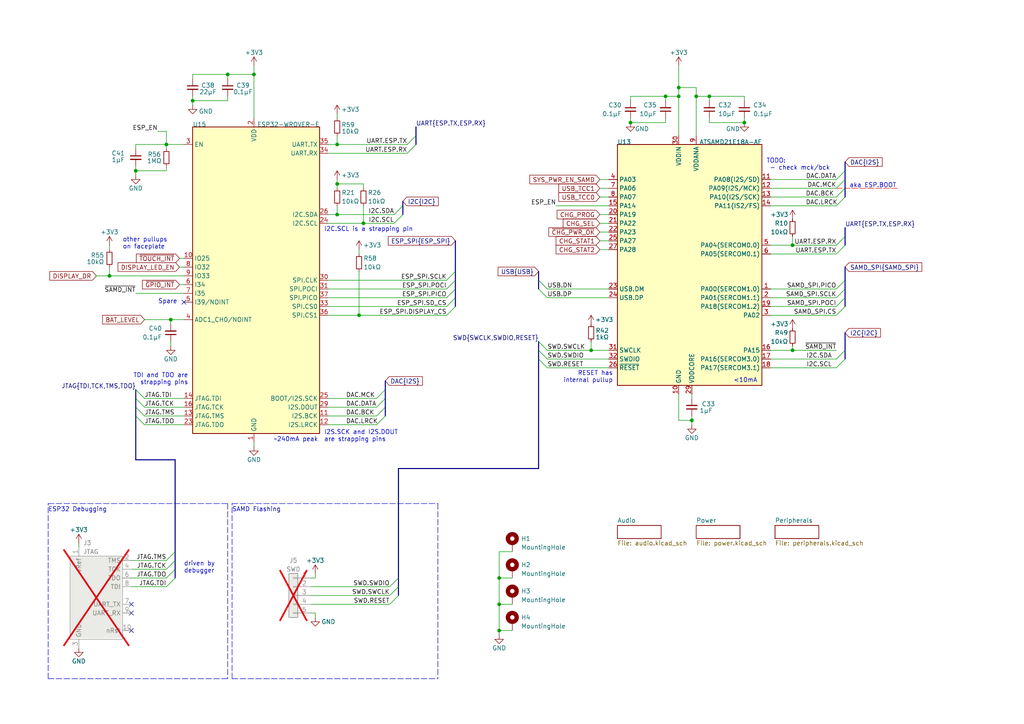
<source format=kicad_sch>
(kicad_sch (version 20231120) (generator "eeschema") (generator_version "8.0")
  (paper "A4")
  (title_block (title "TANGARA") (date "2024-06-21") (rev "4") (company "made by jacqueline") (comment 1 "SPDX-License-Identifier: CERN-OHL-S-2.0"))
  (lib_symbols
    (symbol "Connector_Generic:Conn_01x05" (pin_names (offset 1.016) hide)
      (property "Reference" "J" (at 0 7.62 0))
      (property "Value" "Conn_01x05" (at 0 -7.62 0))
      (symbol "Conn_01x05_1_1"
        (rectangle (start -1.27 -4.953) (end 0 -5.207) (stroke (width 0.1524)))
        (rectangle (start -1.27 -2.413) (end 0 -2.667) (stroke (width 0.1524)))
        (rectangle (start -1.27 0.127) (end 0 -0.127) (stroke (width 0.1524)))
        (rectangle (start -1.27 2.667) (end 0 2.413) (stroke (width 0.1524)))
        (rectangle (start -1.27 5.207) (end 0 4.953) (stroke (width 0.1524)))
        (rectangle (start -1.27 6.35) (end 1.27 -6.35) (stroke (width 0.254)) (fill (type background)))
        (pin passive line (at -5.08 5.08 0) (length 3.81) (name "Pin_1") (number "1"))
        (pin passive line (at -5.08 2.54 0) (length 3.81) (name "Pin_2") (number "2"))
        (pin passive line (at -5.08 0 0) (length 3.81) (name "Pin_3") (number "3"))
        (pin passive line (at -5.08 -2.54 0) (length 3.81) (name "Pin_4") (number "4"))
        (pin passive line (at -5.08 -5.08 0) (length 3.81) (name "Pin_5") (number "5"))
      )
    )
    (symbol "Device:C_Small" (pin_numbers hide) (pin_names (offset 0.254) hide)
      (property "Reference" "C" (at 0.254 1.778 0))
      (property "Value" "C_Small" (at 0.254 -2.032 0))
      (symbol "C_Small_0_1"
        (polyline (pts (xy -1.524 -0.508) (xy 1.524 -0.508)) (stroke (width 0.3302)))
        (polyline (pts (xy -1.524 0.508) (xy 1.524 0.508)) (stroke (width 0.3048)))
      )
      (symbol "C_Small_1_1"
        (pin passive line (at 0 2.54 270) (length 2.032) (name "~") (number "1"))
        (pin passive line (at 0 -2.54 90) (length 2.032) (name "~") (number "2"))
      )
    )
    (symbol "Device:R_Small" (pin_numbers hide) (pin_names (offset 0.254) hide)
      (property "Reference" "R" (at 0.762 0.508 0))
      (property "Value" "R_Small" (at 0.762 -1.016 0))
      (symbol "R_Small_0_1"
        (rectangle (start -0.762 1.778) (end 0.762 -1.778) (stroke (width 0.2032)))
      )
      (symbol "R_Small_1_1"
        (pin passive line (at 0 2.54 270) (length 0.762) (name "~") (number "1"))
        (pin passive line (at 0 -2.54 90) (length 0.762) (name "~") (number "2"))
      )
    )
    (symbol "Mechanical:MountingHole_Pad" (pin_numbers hide) (pin_names (offset 1.016) hide)
      (property "Reference" "H" (at 0 6.35 0))
      (property "Value" "MountingHole_Pad" (at 0 4.445 0))
      (symbol "MountingHole_Pad_0_1"
        (circle (center 0 1.27) (radius 1.27) (stroke (width 1.27)))
      )
      (symbol "MountingHole_Pad_1_1"
        (pin input line (at 0 -2.54 90) (length 2.54) (name "1") (number "1"))
      )
    )
    (symbol "power:+3V3" (power) (pin_names (offset 0))
      (property "Value" "+3V3" (at 0 3.556 0))
      (symbol "+3V3_0_1"
        (polyline (pts (xy -0.762 1.27) (xy 0 2.54)))
        (polyline (pts (xy 0 0) (xy 0 2.54)))
        (polyline (pts (xy 0 2.54) (xy 0.762 1.27)))
      )
      (symbol "+3V3_1_1"
        (pin power_in line (at 0 0 90) (length 0) hide (name "+3V3") (number "1"))
      )
    )
    (symbol "power:GND" (power) (pin_names (offset 0))
      (property "Value" "GND" (at 0 -3.81 0))
      (symbol "GND_0_1"
        (polyline (pts (xy 0 0) (xy 0 -1.27) (xy 1.27 -1.27) (xy 0 -2.54) (xy -1.27 -1.27) (xy 0 -1.27)))
      )
      (symbol "GND_1_1"
        (pin power_in line (at 0 0 270) (length 0) hide (name "GND") (number "1"))
      )
    )
    (symbol "symbols:ATSAMD21E15A-A"
      (property "Reference" "U" (at 0 15.24 0))
      (property "Value" "ATSAMD21E15A-A" (at 0 10.16 0))
      (symbol "ATSAMD21E15A-A_1_1"
        (rectangle (start -20.32 45.72) (end 21.59 -24.13) (stroke (width 0.254)) (fill (type background)))
        (pin bidirectional line (at 24.13 3.81 180) (length 2.54) (name "PA00(SERCOM1.0)") (number "1"))
        (pin power_in line (at -2.54 -26.67 90) (length 2.54) (name "GND") (number "10"))
        (pin bidirectional line (at 24.13 35.56 180) (length 2.54) (name "PA08(I2S/SD)") (number "11"))
        (pin bidirectional line (at 24.13 33.02 180) (length 2.54) (name "PA09(I2S/MCK)") (number "12"))
        (pin bidirectional line (at 24.13 30.48 180) (length 2.54) (name "PA10(I2S/SCK)") (number "13"))
        (pin bidirectional line (at 24.13 27.94 180) (length 2.54) (name "PA11(IS2/FS)") (number "14"))
        (pin bidirectional line (at -22.86 27.94 0) (length 2.54) (name "PA14") (number "15"))
        (pin bidirectional line (at 24.13 -13.97 180) (length 2.54) (name "PA15") (number "16"))
        (pin bidirectional line (at 24.13 -16.51 180) (length 2.54) (name "PA16(SERCOM3.0)") (number "17"))
        (pin bidirectional line (at 24.13 -19.05 180) (length 2.54) (name "PA17(SERCOM3.1)") (number "18"))
        (pin bidirectional line (at 24.13 -1.27 180) (length 2.54) (name "PA18(SERCOM1.2)") (number "19"))
        (pin bidirectional line (at 24.13 1.27 180) (length 2.54) (name "PA01(SERCOM1.1)") (number "2"))
        (pin bidirectional line (at -22.86 25.4 0) (length 2.54) (name "PA19") (number "20"))
        (pin bidirectional line (at -22.86 22.86 0) (length 2.54) (name "PA22") (number "21"))
        (pin bidirectional line (at -22.86 20.32 0) (length 2.54) (name "PA23") (number "22"))
        (pin bidirectional line (at -22.86 3.81 0) (length 2.54) (name "USB.DM") (number "23"))
        (pin bidirectional line (at -22.86 1.27 0) (length 2.54) (name "USB.DP") (number "24"))
        (pin bidirectional line (at -22.86 17.78 0) (length 2.54) (name "PA27") (number "25"))
        (pin input line (at -22.86 -19.05 0) (length 2.54) (name "~{RESET}") (number "26"))
        (pin bidirectional line (at -22.86 15.24 0) (length 2.54) (name "PA28") (number "27"))
        (pin power_in line (at -2.54 -26.67 90) (length 2.54) hide (name "GND") (number "28"))
        (pin power_out line (at 1.27 -26.67 90) (length 2.54) (name "VDDCORE") (number "29"))
        (pin bidirectional line (at 24.13 -3.81 180) (length 2.54) (name "PA02") (number "3"))
        (pin power_in line (at -2.54 48.26 270) (length 2.54) (name "VDDIN") (number "30"))
        (pin bidirectional line (at -22.86 -13.97 0) (length 2.54) (name "SWCLK") (number "31"))
        (pin bidirectional line (at -22.86 -16.51 0) (length 2.54) (name "SWDIO") (number "32"))
        (pin bidirectional line (at -22.86 35.56 0) (length 2.54) (name "PA03") (number "4"))
        (pin bidirectional line (at 24.13 16.51 180) (length 2.54) (name "PA04(SERCOM0.0)") (number "5"))
        (pin bidirectional line (at 24.13 13.97 180) (length 2.54) (name "PA05(SERCOM0.1)") (number "6"))
        (pin bidirectional line (at -22.86 33.02 0) (length 2.54) (name "PA06") (number "7"))
        (pin bidirectional line (at -22.86 30.48 0) (length 2.54) (name "PA07") (number "8"))
        (pin power_in line (at 2.54 48.26 270) (length 2.54) (name "VDDANA") (number "9"))
      )
    )
    (symbol "symbols:BMDU"
      (property "Reference" "U" (at -5.08 6.35 0))
      (property "Value" "BMDU" (at -5.08 6.35 0))
      (symbol "BMDU_0_0"
        (pin power_in line (at -5.08 20.32 270) (length 2.54) (name "vRef") (number "1"))
        (pin output line (at 10.16 -3.81 180) (length 2.54) (name "nRst") (number "10"))
        (pin output line (at 10.16 16.51 180) (length 2.54) (name "TMS") (number "2"))
        (pin power_in line (at -5.08 -8.89 90) (length 2.54) (name "GND") (number "3"))
        (pin output line (at 10.16 13.97 180) (length 2.54) (name "TCK") (number "4"))
        (pin power_in line (at -5.08 -8.89 90) (length 2.54) hide (name "GND") (number "5"))
        (pin output line (at 10.16 11.43 180) (length 2.54) (name "TDO") (number "6"))
        (pin output line (at 10.16 3.81 180) (length 2.54) (name "UART_TX") (number "7"))
        (pin input line (at 10.16 8.89 180) (length 2.54) (name "TDI") (number "8"))
        (pin input line (at 10.16 1.27 180) (length 2.54) (name "UART_RX") (number "9"))
      )
      (symbol "BMDU_0_1"
        (rectangle (start -7.62 17.78) (end 7.62 -6.35) (fill (type background)))
      )
    )
    (symbol "symbols:ESP32-WROOM"
      (property "Reference" "U" (at -17.78 34.29 0))
      (property "Value" "ESP32-WROOM" (at -3.81 34.29 0))
      (symbol "ESP32-WROOM_0_1"
        (rectangle (start -17.78 33.02) (end 19.05 -55.88) (stroke (width 0.254)) (fill (type background)))
      )
      (symbol "ESP32-WROOM_1_1"
        (pin power_in line (at 0 -58.42 90) (length 2.54) (name "GND") (number "1"))
        (pin bidirectional line (at -20.32 -5.08 0) (length 2.54) (name "IO25") (number "10"))
        (pin bidirectional line (at 21.59 -50.8 180) (length 2.54) (name "I2S.BCK") (number "11"))
        (pin bidirectional line (at 21.59 -53.34 180) (length 2.54) (name "I2S.LRCK") (number "12"))
        (pin bidirectional line (at -20.32 -50.8 0) (length 2.54) (name "JTAG.TMS") (number "13"))
        (pin bidirectional line (at -20.32 -45.72 0) (length 2.54) (name "JTAG.TDI") (number "14"))
        (pin power_in line (at 0 -58.42 90) (length 2.54) hide (name "GND") (number "15"))
        (pin bidirectional line (at -20.32 -48.26 0) (length 2.54) (name "JTAG.TCK") (number "16"))
        (pin no_connect line (at -17.78 16.51 0) (length 2.54) hide (name "SHD/SD2") (number "17"))
        (pin no_connect line (at -17.78 13.97 0) (length 2.54) hide (name "SWP/SD3") (number "18"))
        (pin no_connect line (at -17.78 8.89 0) (length 2.54) hide (name "SCS/CMD") (number "19"))
        (pin power_in line (at 0 35.56 270) (length 2.54) (name "VDD") (number "2"))
        (pin no_connect line (at -17.78 11.43 0) (length 2.54) hide (name "SCK/CLK") (number "20"))
        (pin no_connect line (at -17.78 21.59 0) (length 2.54) hide (name "SDO/SD0") (number "21"))
        (pin no_connect line (at -17.78 19.05 0) (length 2.54) hide (name "SDI/SD1") (number "22"))
        (pin bidirectional line (at -20.32 -53.34 0) (length 2.54) (name "JTAG.TDO") (number "23"))
        (pin bidirectional line (at 21.59 5.08 180) (length 2.54) (name "I2C.SCL") (number "24"))
        (pin bidirectional line (at 21.59 -45.72 180) (length 2.54) (name "BOOT/I2S.SCK") (number "25"))
        (pin bidirectional line (at 21.59 7.62 180) (length 2.54) (name "I2C.SDA") (number "26"))
        (pin no_connect line (at -17.78 6.35 0) (length 2.54) hide (name "IO16") (number "27"))
        (pin no_connect line (at -17.78 3.81 0) (length 2.54) hide (name "IO17") (number "28"))
        (pin bidirectional line (at 21.59 -48.26 180) (length 2.54) (name "I2S.DOUT") (number "29"))
        (pin input line (at -20.32 27.94 0) (length 2.54) (name "EN") (number "3"))
        (pin bidirectional line (at 21.59 -11.43 180) (length 2.54) (name "SPI.CLK") (number "30"))
        (pin bidirectional line (at 21.59 -13.97 180) (length 2.54) (name "SPI.POCI") (number "31"))
        (pin no_connect line (at -17.78 1.27 0) (length 2.54) hide (name "NC") (number "32"))
        (pin bidirectional line (at 21.59 -19.05 180) (length 2.54) (name "SPI.CS0") (number "33"))
        (pin bidirectional line (at 21.59 25.4 180) (length 2.54) (name "UART.RX") (number "34"))
        (pin bidirectional line (at 21.59 27.94 180) (length 2.54) (name "UART.TX") (number "35"))
        (pin bidirectional line (at 21.59 -21.59 180) (length 2.54) (name "SPI.CS1") (number "36"))
        (pin bidirectional line (at 21.59 -16.51 180) (length 2.54) (name "SPI.PICO") (number "37"))
        (pin power_in line (at 0 -58.42 90) (length 2.54) hide (name "GND") (number "38"))
        (pin power_in line (at 0 -58.42 90) (length 2.54) hide (name "GND") (number "39"))
        (pin input line (at -20.32 -22.86 0) (length 2.54) (name "ADC1_CH0/NOINT") (number "4"))
        (pin input line (at -20.32 -17.78 0) (length 2.54) (name "I39/NOINT") (number "5"))
        (pin input line (at -20.32 -12.7 0) (length 2.54) (name "I34") (number "6"))
        (pin input line (at -20.32 -15.24 0) (length 2.54) (name "I35") (number "7"))
        (pin bidirectional line (at -20.32 -7.62 0) (length 2.54) (name "IO32") (number "8"))
        (pin bidirectional line (at -20.32 -10.16 0) (length 2.54) (name "IO33") (number "9"))
      )
    )
  )
  (bus_alias "ESP_SPI" (members "SCLK" "POCI" "PICO" "SD_CS" "DISPLAY_CS"))
  (bus_alias "I2C" (members "SDA" "SCL"))
  (bus_alias "I2S" (members "MCK" "BCK" "LRCK" "DATA"))
  (bus_alias "SAMD_SPI" (members "SCLK" "POCI" "PICO" "CS"))
  (bus_alias "USB" (members "DN" "DP"))
  (junction (at 105.41 64.77))
  (junction (at 229.87 71.12))
  (junction (at 97.79 41.91))
  (junction (at 97.79 53.34))
  (junction (at 66.04 21.59))
  (junction (at 196.85 25.4))
  (junction (at 73.66 21.59))
  (junction (at 31.75 80.01))
  (junction (at 201.93 27.94))
  (junction (at 97.79 62.23))
  (junction (at 215.9 35.56))
  (junction (at 229.87 101.6))
  (junction (at 49.53 92.71))
  (junction (at 171.45 101.6))
  (junction (at 39.37 49.53))
  (junction (at 193.04 27.94))
  (junction (at 200.66 121.92))
  (junction (at 48.26 41.91))
  (junction (at 55.88 29.21))
  (junction (at 144.78 167.64))
  (junction (at 205.74 27.94))
  (junction (at 196.85 27.94))
  (junction (at 104.14 91.44))
  (junction (at 182.88 35.56))
  (junction (at 144.78 182.88))
  (junction (at 144.78 175.26))
  (no_connect (at 53.34 87.63))
  (no_connect (at 38.1 182.88))
  (no_connect (at 38.1 175.26))
  (no_connect (at 38.1 177.8))
  (bus_entry (at 242.57 83.82) (size 2.54 -2.54))
  (bus_entry (at 242.57 106.68) (size 2.54 -2.54))
  (bus_entry (at 111.76 113.03) (size -2.54 2.54))
  (bus_entry (at 242.57 57.15) (size 2.54 -2.54))
  (bus_entry (at 156.21 99.06) (size 2.54 2.54))
  (bus_entry (at 156.21 101.6) (size 2.54 2.54))
  (bus_entry (at 156.21 104.14) (size 2.54 2.54))
  (bus_entry (at 242.57 86.36) (size 2.54 -2.54))
  (bus_entry (at 39.37 120.65) (size 2.54 2.54))
  (bus_entry (at 245.11 49.53) (size -2.54 2.54))
  (bus_entry (at 39.37 113.03) (size 2.54 2.54))
  (bus_entry (at 39.37 115.57) (size 2.54 2.54))
  (bus_entry (at 39.37 118.11) (size 2.54 2.54))
  (bus_entry (at 242.57 104.14) (size 2.54 -2.54))
  (bus_entry (at 113.03 170.18) (size 2.54 -2.54))
  (bus_entry (at 242.57 54.61) (size 2.54 -2.54))
  (bus_entry (at 129.54 83.82) (size 2.54 -2.54))
  (bus_entry (at 129.54 81.28) (size 2.54 -2.54))
  (bus_entry (at 129.54 86.36) (size 2.54 -2.54))
  (bus_entry (at 129.54 91.44) (size 2.54 -2.54))
  (bus_entry (at 129.54 88.9) (size 2.54 -2.54))
  (bus_entry (at 118.11 44.45) (size 2.54 -2.54))
  (bus_entry (at 118.11 41.91) (size 2.54 -2.54))
  (bus_entry (at 242.57 88.9) (size 2.54 -2.54))
  (bus_entry (at 48.26 165.1) (size 2.54 -2.54))
  (bus_entry (at 48.26 167.64) (size 2.54 -2.54))
  (bus_entry (at 48.26 162.56) (size 2.54 -2.54))
  (bus_entry (at 48.26 170.18) (size 2.54 -2.54))
  (bus_entry (at 113.03 175.26) (size 2.54 -2.54))
  (bus_entry (at 109.22 118.11) (size 2.54 -2.54))
  (bus_entry (at 109.22 123.19) (size 2.54 -2.54))
  (bus_entry (at 109.22 120.65) (size 2.54 -2.54))
  (bus_entry (at 242.57 59.69) (size 2.54 -2.54))
  (bus_entry (at 114.3 62.23) (size 2.54 -2.54))
  (bus_entry (at 114.3 64.77) (size 2.54 -2.54))
  (bus_entry (at 242.57 71.12) (size 2.54 -2.54))
  (bus_entry (at 242.57 73.66) (size 2.54 -2.54))
  (bus_entry (at 113.03 172.72) (size 2.54 -2.54))
  (bus_entry (at 242.57 91.44) (size 2.54 -2.54))
  (bus_entry (at 156.21 83.82) (size 2.54 2.54))
  (bus_entry (at 156.21 81.28) (size 2.54 2.54))
  (bus (pts (xy 39.37 113.03) (xy 39.37 115.57)))
  (wire (pts (xy 196.85 121.92) (xy 200.66 121.92)))
  (bus (pts (xy 245.11 68.58) (xy 245.11 71.12)))
  (wire (pts (xy 48.26 48.26) (xy 48.26 49.53)))
  (wire (pts (xy 223.52 101.6) (xy 229.87 101.6)))
  (wire (pts (xy 205.74 35.56) (xy 205.74 34.29)))
  (wire (pts (xy 144.78 167.64) (xy 144.78 175.26)))
  (bus (pts (xy 111.76 113.03) (xy 111.76 115.57)))
  (wire (pts (xy 41.91 92.71) (xy 49.53 92.71)))
  (wire (pts (xy 104.14 72.39) (xy 104.14 73.66)))
  (wire (pts (xy 171.45 101.6) (xy 176.53 101.6)))
  (wire (pts (xy 27.94 80.01) (xy 31.75 80.01)))
  (polyline (pts (xy 127 146.05) (xy 127 196.85)) (stroke (width 0) (type dash)))
  (wire (pts (xy 158.75 86.36) (xy 176.53 86.36)))
  (bus (pts (xy 50.8 160.02) (xy 50.8 162.56)))
  (wire (pts (xy 215.9 27.94) (xy 215.9 29.21)))
  (wire (pts (xy 90.17 172.72) (xy 113.03 172.72)))
  (wire (pts (xy 66.04 21.59) (xy 73.66 21.59)))
  (wire (pts (xy 95.25 81.28) (xy 129.54 81.28)))
  (wire (pts (xy 223.52 83.82) (xy 242.57 83.82)))
  (wire (pts (xy 148.59 160.02) (xy 144.78 160.02)))
  (wire (pts (xy 158.75 101.6) (xy 171.45 101.6)))
  (wire (pts (xy 49.53 93.98) (xy 49.53 92.71)))
  (bus (pts (xy 156.21 78.74) (xy 156.21 81.28)))
  (wire (pts (xy 39.37 49.53) (xy 48.26 49.53)))
  (wire (pts (xy 91.44 166.37) (xy 91.44 167.64)))
  (bus (pts (xy 111.76 115.57) (xy 111.76 118.11)))
  (bus (pts (xy 156.21 99.06) (xy 156.21 101.6)))
  (wire (pts (xy 223.52 73.66) (xy 242.57 73.66)))
  (bus (pts (xy 120.65 39.37) (xy 120.65 41.91)))
  (wire (pts (xy 173.99 67.31) (xy 176.53 67.31)))
  (wire (pts (xy 193.04 27.94) (xy 182.88 27.94)))
  (wire (pts (xy 39.37 48.26) (xy 39.37 49.53)))
  (polyline (pts (xy 67.31 146.05) (xy 127 146.05)) (stroke (width 0) (type dash)))
  (wire (pts (xy 45.72 38.1) (xy 48.26 38.1)))
  (wire (pts (xy 223.52 106.68) (xy 242.57 106.68)))
  (wire (pts (xy 173.99 52.07) (xy 176.53 52.07)))
  (wire (pts (xy 158.75 83.82) (xy 176.53 83.82)))
  (wire (pts (xy 73.66 21.59) (xy 73.66 34.29)))
  (wire (pts (xy 196.85 25.4) (xy 196.85 27.94)))
  (wire (pts (xy 91.44 179.07) (xy 91.44 177.8)))
  (bus (pts (xy 245.11 77.47) (xy 245.11 81.28)))
  (wire (pts (xy 173.99 72.39) (xy 176.53 72.39)))
  (wire (pts (xy 144.78 182.88) (xy 144.78 184.15)))
  (wire (pts (xy 201.93 27.94) (xy 201.93 39.37)))
  (wire (pts (xy 104.14 91.44) (xy 129.54 91.44)))
  (wire (pts (xy 41.91 118.11) (xy 53.34 118.11)))
  (wire (pts (xy 173.99 69.85) (xy 176.53 69.85)))
  (wire (pts (xy 22.86 157.48) (xy 22.86 158.75)))
  (bus (pts (xy 245.11 83.82) (xy 245.11 86.36)))
  (wire (pts (xy 90.17 175.26) (xy 113.03 175.26)))
  (wire (pts (xy 73.66 19.05) (xy 73.66 21.59)))
  (bus (pts (xy 156.21 101.6) (xy 156.21 104.14)))
  (bus (pts (xy 115.57 170.18) (xy 115.57 172.72)))
  (wire (pts (xy 171.45 99.06) (xy 171.45 101.6)))
  (wire (pts (xy 41.91 115.57) (xy 53.34 115.57)))
  (wire (pts (xy 31.75 71.12) (xy 31.75 72.39)))
  (polyline (pts (xy 13.97 196.85) (xy 13.97 146.05)) (stroke (width 0) (type dash)))
  (wire (pts (xy 223.52 57.15) (xy 242.57 57.15)))
  (wire (pts (xy 41.91 120.65) (xy 53.34 120.65)))
  (wire (pts (xy 55.88 30.48) (xy 55.88 29.21)))
  (bus (pts (xy 245.11 54.61) (xy 245.11 57.15)))
  (wire (pts (xy 193.04 27.94) (xy 193.04 29.21)))
  (wire (pts (xy 66.04 27.94) (xy 66.04 29.21)))
  (wire (pts (xy 55.88 21.59) (xy 55.88 22.86)))
  (wire (pts (xy 223.52 54.61) (xy 242.57 54.61)))
  (wire (pts (xy 182.88 27.94) (xy 182.88 29.21)))
  (bus (pts (xy 132.08 86.36) (xy 132.08 83.82)))
  (wire (pts (xy 95.25 123.19) (xy 109.22 123.19)))
  (wire (pts (xy 97.79 59.69) (xy 97.79 62.23)))
  (wire (pts (xy 205.74 35.56) (xy 215.9 35.56)))
  (bus (pts (xy 111.76 118.11) (xy 111.76 120.65)))
  (wire (pts (xy 158.75 104.14) (xy 176.53 104.14)))
  (bus (pts (xy 156.21 104.14) (xy 156.21 135.89)))
  (bus (pts (xy 245.11 52.07) (xy 245.11 54.61)))
  (wire (pts (xy 38.1 165.1) (xy 48.26 165.1)))
  (bus (pts (xy 39.37 118.11) (xy 39.37 120.65)))
  (wire (pts (xy 55.88 21.59) (xy 66.04 21.59)))
  (wire (pts (xy 41.91 123.19) (xy 53.34 123.19)))
  (wire (pts (xy 97.79 39.37) (xy 97.79 41.91)))
  (wire (pts (xy 104.14 78.74) (xy 104.14 91.44)))
  (bus (pts (xy 245.11 46.99) (xy 245.11 49.53)))
  (bus (pts (xy 245.11 96.52) (xy 245.11 101.6)))
  (wire (pts (xy 95.25 62.23) (xy 97.79 62.23)))
  (wire (pts (xy 201.93 25.4) (xy 201.93 27.94)))
  (wire (pts (xy 95.25 86.36) (xy 129.54 86.36)))
  (bus (pts (xy 156.21 81.28) (xy 156.21 83.82)))
  (polyline (pts (xy 67.31 196.85) (xy 67.31 146.05)) (stroke (width 0) (type dash)))
  (wire (pts (xy 38.1 167.64) (xy 48.26 167.64)))
  (bus (pts (xy 245.11 66.04) (xy 245.11 68.58)))
  (wire (pts (xy 173.99 57.15) (xy 176.53 57.15)))
  (wire (pts (xy 200.66 120.65) (xy 200.66 121.92)))
  (wire (pts (xy 38.1 170.18) (xy 48.26 170.18)))
  (wire (pts (xy 144.78 160.02) (xy 144.78 167.64)))
  (bus (pts (xy 156.21 135.89) (xy 115.57 135.89)))
  (wire (pts (xy 97.79 33.02) (xy 97.79 34.29)))
  (wire (pts (xy 242.57 71.12) (xy 229.87 71.12)))
  (polyline (pts (xy 67.31 196.85) (xy 127 196.85)) (stroke (width 0) (type dash)))
  (wire (pts (xy 90.17 170.18) (xy 113.03 170.18)))
  (wire (pts (xy 161.29 59.69) (xy 176.53 59.69)))
  (wire (pts (xy 52.07 74.93) (xy 53.34 74.93)))
  (wire (pts (xy 95.25 41.91) (xy 97.79 41.91)))
  (wire (pts (xy 97.79 62.23) (xy 114.3 62.23)))
  (wire (pts (xy 215.9 34.29) (xy 215.9 35.56)))
  (wire (pts (xy 196.85 25.4) (xy 201.93 25.4)))
  (bus (pts (xy 245.11 49.53) (xy 245.11 52.07)))
  (wire (pts (xy 73.66 128.27) (xy 73.66 129.54)))
  (wire (pts (xy 196.85 19.05) (xy 196.85 25.4)))
  (wire (pts (xy 38.1 162.56) (xy 48.26 162.56)))
  (bus (pts (xy 132.08 69.85) (xy 132.08 78.74)))
  (wire (pts (xy 39.37 49.53) (xy 39.37 50.8)))
  (wire (pts (xy 182.88 34.29) (xy 182.88 35.56)))
  (bus (pts (xy 132.08 88.9) (xy 132.08 86.36)))
  (wire (pts (xy 144.78 175.26) (xy 144.78 182.88)))
  (bus (pts (xy 132.08 83.82) (xy 132.08 81.28)))
  (bus (pts (xy 116.84 59.69) (xy 116.84 62.23)))
  (wire (pts (xy 39.37 41.91) (xy 48.26 41.91)))
  (bus (pts (xy 120.65 36.83) (xy 120.65 39.37)))
  (wire (pts (xy 223.52 104.14) (xy 242.57 104.14)))
  (wire (pts (xy 229.87 100.33) (xy 229.87 101.6)))
  (wire (pts (xy 31.75 77.47) (xy 31.75 80.01)))
  (wire (pts (xy 97.79 41.91) (xy 118.11 41.91)))
  (wire (pts (xy 97.79 54.61) (xy 97.79 53.34)))
  (wire (pts (xy 196.85 114.3) (xy 196.85 121.92)))
  (wire (pts (xy 95.25 91.44) (xy 104.14 91.44)))
  (wire (pts (xy 95.25 64.77) (xy 105.41 64.77)))
  (wire (pts (xy 39.37 43.18) (xy 39.37 41.91)))
  (polyline (pts (xy 13.97 146.05) (xy 66.04 146.05)) (stroke (width 0) (type dash)))
  (wire (pts (xy 31.75 80.01) (xy 53.34 80.01)))
  (wire (pts (xy 95.25 115.57) (xy 109.22 115.57)))
  (bus (pts (xy 132.08 81.28) (xy 132.08 78.74)))
  (polyline (pts (xy 242.57 54.61) (xy 260.35 54.61)) (stroke (width 0) (type dash) (color 255 6 6 1)))
  (wire (pts (xy 95.25 118.11) (xy 109.22 118.11)))
  (wire (pts (xy 105.41 59.69) (xy 105.41 64.77)))
  (wire (pts (xy 52.07 77.47) (xy 53.34 77.47)))
  (wire (pts (xy 223.52 59.69) (xy 242.57 59.69)))
  (wire (pts (xy 196.85 27.94) (xy 196.85 39.37)))
  (wire (pts (xy 173.99 54.61) (xy 176.53 54.61)))
  (wire (pts (xy 201.93 27.94) (xy 205.74 27.94)))
  (wire (pts (xy 173.99 62.23) (xy 176.53 62.23)))
  (bus (pts (xy 115.57 135.89) (xy 115.57 167.64)))
  (wire (pts (xy 242.57 91.44) (xy 223.52 91.44)))
  (bus (pts (xy 245.11 86.36) (xy 245.11 88.9)))
  (bus (pts (xy 50.8 162.56) (xy 50.8 165.1)))
  (wire (pts (xy 144.78 175.26) (xy 148.59 175.26)))
  (wire (pts (xy 97.79 52.07) (xy 97.79 53.34)))
  (wire (pts (xy 205.74 27.94) (xy 215.9 27.94)))
  (wire (pts (xy 144.78 182.88) (xy 148.59 182.88)))
  (wire (pts (xy 97.79 53.34) (xy 105.41 53.34)))
  (wire (pts (xy 49.53 92.71) (xy 53.34 92.71)))
  (bus (pts (xy 116.84 58.42) (xy 116.84 59.69)))
  (wire (pts (xy 91.44 177.8) (xy 90.17 177.8)))
  (wire (pts (xy 55.88 29.21) (xy 66.04 29.21)))
  (wire (pts (xy 193.04 35.56) (xy 193.04 34.29)))
  (wire (pts (xy 91.44 167.64) (xy 90.17 167.64)))
  (bus (pts (xy 39.37 115.57) (xy 39.37 118.11)))
  (wire (pts (xy 223.52 52.07) (xy 242.57 52.07)))
  (wire (pts (xy 66.04 21.59) (xy 66.04 22.86)))
  (bus (pts (xy 111.76 110.49) (xy 111.76 113.03)))
  (wire (pts (xy 48.26 41.91) (xy 53.34 41.91)))
  (bus (pts (xy 39.37 120.65) (xy 39.37 133.35)))
  (wire (pts (xy 223.52 86.36) (xy 242.57 86.36)))
  (wire (pts (xy 196.85 27.94) (xy 193.04 27.94)))
  (wire (pts (xy 200.66 115.57) (xy 200.66 114.3)))
  (wire (pts (xy 55.88 29.21) (xy 55.88 27.94)))
  (wire (pts (xy 173.99 64.77) (xy 176.53 64.77)))
  (wire (pts (xy 229.87 101.6) (xy 242.57 101.6)))
  (wire (pts (xy 48.26 43.18) (xy 48.26 41.91)))
  (bus (pts (xy 39.37 133.35) (xy 50.8 133.35)))
  (wire (pts (xy 200.66 121.92) (xy 200.66 123.19)))
  (wire (pts (xy 95.25 44.45) (xy 118.11 44.45)))
  (wire (pts (xy 205.74 27.94) (xy 205.74 29.21)))
  (bus (pts (xy 245.11 81.28) (xy 245.11 83.82)))
  (wire (pts (xy 105.41 64.77) (xy 114.3 64.77)))
  (wire (pts (xy 95.25 88.9) (xy 129.54 88.9)))
  (wire (pts (xy 242.57 88.9) (xy 223.52 88.9)))
  (wire (pts (xy 229.87 71.12) (xy 223.52 71.12)))
  (wire (pts (xy 95.25 120.65) (xy 109.22 120.65)))
  (polyline (pts (xy 13.97 196.85) (xy 66.04 196.85)) (stroke (width 0) (type dash)))
  (wire (pts (xy 52.07 82.55) (xy 53.34 82.55)))
  (wire (pts (xy 193.04 35.56) (xy 182.88 35.56)))
  (wire (pts (xy 229.87 68.58) (xy 229.87 71.12)))
  (wire (pts (xy 144.78 167.64) (xy 148.59 167.64)))
  (wire (pts (xy 49.53 100.33) (xy 49.53 99.06)))
  (polyline (pts (xy 66.04 146.05) (xy 66.04 196.85)) (stroke (width 0) (type dash)))
  (wire (pts (xy 95.25 83.82) (xy 129.54 83.82)))
  (bus (pts (xy 115.57 167.64) (xy 115.57 170.18)))
  (wire (pts (xy 39.37 85.09) (xy 53.34 85.09)))
  (bus (pts (xy 50.8 133.35) (xy 50.8 160.02)))
  (wire (pts (xy 158.75 106.68) (xy 176.53 106.68)))
  (bus (pts (xy 245.11 101.6) (xy 245.11 104.14)))
  (bus (pts (xy 50.8 165.1) (xy 50.8 167.64)))
  (wire (pts (xy 48.26 41.91) (xy 48.26 38.1)))
  (wire (pts (xy 105.41 53.34) (xy 105.41 54.61)))
  (text "<10mA" (at 212.725 111.125 0) (effects (font (size 1.27 1.27)) (justify left bottom)))
  (text "driven by\ndebugger" (at 53.34 166.37 0) (effects (font (size 1.27 1.27)) (justify left bottom)))
  (text "~240mA peak" (at 79.375 128.27 0) (effects (font (size 1.27 1.27)) (justify left bottom)))
  (text "Spare" (at 51.435 88.265 0) (effects (font (size 1.27 1.27)) (justify right bottom)))
  (text "TODO:\n - check mck/bck" (at 222.25 49.53 0) (effects (font (size 1.27 1.27)) (justify left bottom)))
  (text "RESET has\ninternal pullup" (at 177.8 111.125 0) (effects (font (size 1.27 1.27)) (justify right bottom)))
  (text "SAMD Flashing" (at 67.31 148.59 0) (effects (font (size 1.27 1.27)) (justify left bottom)))
  (text "aka ESP.BOOT" (at 246.38 54.61 0) (effects (font (size 1.27 1.27)) (justify left bottom)))
  (text "I2S.SCK and I2S.DOUT\nare strapping pins" (at 93.98 128.27 0) (effects (font (size 1.27 1.27)) (justify left bottom)))
  (text "ESP32 Debugging" (at 13.97 148.59 0) (effects (font (size 1.27 1.27)) (justify left bottom)))
  (text "other pullups\non faceplate" (at 35.56 72.39 0) (effects (font (size 1.27 1.27)) (justify left bottom)))
  (text "I2C.SCL is a strapping pin" (at 93.98 67.31 0) (effects (font (size 1.27 1.27)) (justify left bottom)))
  (text "TDI and TDO are\nstrapping pins" (at 54.61 111.76 0) (effects (font (size 1.27 1.27)) (justify right bottom)))
  (label "DAC.LRCK" (at 233.68 59.69 0))
  (label "UART.ESP.TX" (at 118.11 41.91 180))
  (label "DAC.BCK" (at 100.33 120.65 0))
  (label "UART.ESP.TX" (at 242.57 73.66 180))
  (label "JTAG.TCK" (at 48.26 165.1 180))
  (label "UART.ESP.RX" (at 242.57 71.12 180))
  (label "ESP_SPI.DISPLAY_CS" (at 129.54 91.44 180))
  (label "DAC.MCK" (at 100.33 115.57 0))
  (label "I2C.SDA" (at 114.3 62.23 180))
  (label "SWD.SWCLK" (at 158.75 101.6 0))
  (label "ESP_SPI.SCLK" (at 129.54 81.28 180))
  (label "JTAG.TDO" (at 48.26 167.64 180))
  (label "JTAG.TCK" (at 41.91 118.11 0))
  (label "SWD.RESET" (at 158.75 106.68 0))
  (label "SWD{SWCLK,SWDIO,RESET}" (at 156.21 99.06 180))
  (label "SWD.SWDIO" (at 158.75 104.14 0))
  (label "SWD.RESET" (at 113.03 175.26 180))
  (label "JTAG.TDO" (at 41.91 123.19 0))
  (label "I2C.SCL" (at 114.3 64.77 180))
  (label "UART{ESP.TX,ESP.RX}" (at 245.11 66.04 0))
  (label "ESP_SPI.POCI" (at 129.54 83.82 180))
  (label "SAMD_SPI.CS" (at 242.57 91.44 180))
  (label "UART{ESP.TX,ESP.RX}" (at 120.65 36.83 0))
  (label "DAC.BCK" (at 233.68 57.15 0))
  (label "ESP_EN" (at 161.29 59.69 180))
  (label "SAMD_SPI.POCI" (at 242.57 88.9 180))
  (label "~{SAMD_INT}" (at 39.37 85.09 180))
  (label "JTAG{TDI,TCK,TMS,TDO}" (at 39.37 113.03 180))
  (label "~{SAMD_INT}" (at 242.57 101.6 180))
  (label "ESP_SPI.PICO" (at 129.54 86.36 180))
  (label "DAC.DATA" (at 100.33 118.11 0))
  (label "UART.ESP.RX" (at 118.11 44.45 180))
  (label "JTAG.TDI" (at 48.26 170.18 180))
  (label "I2C.SDA" (at 241.3 104.14 180))
  (label "SWD.SWCLK" (at 113.03 172.72 180))
  (label "SWD.SWDIO" (at 113.03 170.18 180))
  (label "I2C.SCL" (at 241.3 106.68 180))
  (label "DAC.MCK" (at 242.57 54.61 180))
  (label "USB.DN" (at 158.75 83.82 0))
  (label "USB.DP" (at 158.75 86.36 0))
  (label "ESP_EN" (at 45.72 38.1 180))
  (label "JTAG.TDI" (at 41.91 115.57 0))
  (label "JTAG.TMS" (at 48.26 162.56 180))
  (label "SAMD_SPI.SCLK" (at 242.57 86.36 180))
  (label "DAC.DATA" (at 242.57 52.07 180))
  (label "JTAG.TMS" (at 41.91 120.65 0))
  (label "DAC.LRCK" (at 100.33 123.19 0))
  (label "ESP_SPI.SD_CS" (at 129.54 88.9 180))
  (label "SAMD_SPI.PICO" (at 242.57 83.82 180))
  (global_label "USB_TCC1" (shape input) (at 173.99 54.61 180) (property "Intersheetrefs" "${INTERSHEET_REFS}" (effects (hide yes))))
  (global_label "CHG_SEL" (shape input) (at 173.99 64.77 180) (property "Intersheetrefs" "${INTERSHEET_REFS}" (effects (hide yes))))
  (global_label "~{GPIO_INT}" (shape input) (at 52.07 82.55 180) (property "Intersheetrefs" "${INTERSHEET_REFS}" (effects (hide yes))))
  (global_label "USB_TCC0" (shape input) (at 173.99 57.15 180) (property "Intersheetrefs" "${INTERSHEET_REFS}" (effects (hide yes))))
  (global_label "DAC{I2S}" (shape input) (at 245.11 46.99 0) (property "Intersheetrefs" "${INTERSHEET_REFS}" (effects (hide yes))))
  (global_label "~{CHG_PWR_OK}" (shape input) (at 173.99 67.31 180) (property "Intersheetrefs" "${INTERSHEET_REFS}" (effects (hide yes))))
  (global_label "BAT_LEVEL" (shape input) (at 41.91 92.71 180) (property "Intersheetrefs" "${INTERSHEET_REFS}" (effects (hide yes))))
  (global_label "USB{USB}" (shape input) (at 156.21 78.74 180) (property "Intersheetrefs" "${INTERSHEET_REFS}" (effects (hide yes))))
  (global_label "DISPLAY_LED_EN" (shape input) (at 52.07 77.47 180) (property "Intersheetrefs" "${INTERSHEET_REFS}" (effects (hide yes))))
  (global_label "CHG_PROG" (shape input) (at 173.99 62.23 180) (property "Intersheetrefs" "${INTERSHEET_REFS}" (effects (hide yes))))
  (global_label "CHG_STAT2" (shape input) (at 173.99 72.39 180) (property "Intersheetrefs" "${INTERSHEET_REFS}" (effects (hide yes))))
  (global_label "CHG_STAT1" (shape input) (at 173.99 69.85 180) (property "Intersheetrefs" "${INTERSHEET_REFS}" (effects (hide yes))))
  (global_label "SAMD_SPI{SAMD_SPI}" (shape input) (at 245.11 77.47 0) (property "Intersheetrefs" "${INTERSHEET_REFS}" (effects (hide yes))))
  (global_label "I2C{I2C}" (shape input) (at 116.84 58.42 0) (property "Intersheetrefs" "${INTERSHEET_REFS}" (effects (hide yes))))
  (global_label "DISPLAY_DR" (shape input) (at 27.94 80.01 180) (property "Intersheetrefs" "${INTERSHEET_REFS}" (effects (hide yes))))
  (global_label "DAC{I2S}" (shape input) (at 111.76 110.49 0) (property "Intersheetrefs" "${INTERSHEET_REFS}" (effects (hide yes))))
  (global_label "SYS_PWR_EN_SAMD" (shape input) (at 173.99 52.07 180) (property "Intersheetrefs" "${INTERSHEET_REFS}" (effects (hide yes))))
  (global_label "~{TOUCH_INT}" (shape input) (at 52.07 74.93 180) (property "Intersheetrefs" "${INTERSHEET_REFS}" (effects (hide yes))))
  (global_label "I2C{I2C}" (shape input) (at 245.11 96.52 0) (property "Intersheetrefs" "${INTERSHEET_REFS}" (effects (hide yes))))
  (global_label "ESP_SPI{ESP_SPI}" (shape input) (at 132.08 69.85 180) (property "Intersheetrefs" "${INTERSHEET_REFS}" (effects (hide yes))))
  (symbol (lib_id "Device:R_Small") (at 97.79 57.15 0) (unit 1)
    (property "Reference" "R21" (at 99.06 55.88 0) (effects (justify left)))
    (property "Value" "10kΩ" (at 99.06 58.42 0) (effects (justify left)))
    (property "Footprint" "Resistor_SMD:R_0603_1608Metric" (effects (hide yes)))
    (property "MPN" "AC0603JR-0710KL" (effects (hide yes)))
  )
  (symbol (lib_id "power:+3V3") (at 22.86 157.48 0) (unit 1)
    (property "Reference" "#PWR0101" (effects (hide yes)))
    (property "Value" "+3V3" (at 22.86 153.67 0))
  )
  (symbol (lib_id "Mechanical:MountingHole_Pad") (at 148.59 180.34 0) (unit 1) (in_bom no)
    (property "Reference" "H4" (at 151.13 179.0699 0) (effects (justify left)))
    (property "Value" "MountingHole" (at 151.13 181.6099 0) (effects (justify left)))
    (property "Footprint" "footprints:MountingHole_2.2mm_M2_Pad_Via2" (effects (hide yes)))
  )
  (symbol (lib_id "power:+3V3") (at 91.44 166.37 0) (unit 1)
    (property "Reference" "#PWR0115" (effects (hide yes)))
    (property "Value" "+3V3" (at 91.44 162.56 0))
  )
  (symbol (lib_id "power:GND") (at 144.78 184.15 0) (unit 1)
    (property "Reference" "#PWR054" (effects (hide yes)))
    (property "Value" "GND" (at 144.78 187.96 0))
  )
  (symbol (lib_id "symbols:ESP32-WROOM") (at 73.66 69.85 0) (unit 1)
    (property "Reference" "U15" (at 55.88 36.83 0) (effects (justify left bottom)))
    (property "Value" "ESP32-WROVER-E" (at 92.71 36.83 0) (effects (justify right bottom)))
    (property "Footprint" "footprints:ESP32-WROVER" (effects (hide yes)))
    (property "Datasheet" "https://www.espressif.com/sites/default/files/documentation/esp32-wroom-32d_esp32-wroom-32u_datasheet_en.pdf" (effects (hide yes)))
    (property "MPN" "ESP32-WROVER-E-N16R8" (effects (hide yes)))
  )
  (symbol (lib_id "Device:C_Small") (at 55.88 25.4 0) (unit 1)
    (property "Reference" "C38" (at 60.325 24.765 0))
    (property "Value" "22μF" (at 60.325 26.67 0))
    (property "Footprint" "Capacitor_SMD:C_1206_3216Metric" (effects (hide yes)))
    (property "MPN" "GRM319R61C226KE15D" (effects (hide yes)))
  )
  (symbol (lib_id "power:+3V3") (at 73.66 19.05 0) (unit 1)
    (property "Reference" "#PWR0108" (effects (hide yes)))
    (property "Value" "+3V3" (at 73.66 15.24 0))
  )
  (symbol (lib_id "power:GND") (at 200.66 123.19 0) (unit 1)
    (property "Reference" "#PWR0121" (effects (hide yes)))
    (property "Value" "GND" (at 200.66 127 0))
  )
  (symbol (lib_id "Device:C_Small") (at 39.37 45.72 0) (unit 1)
    (property "Reference" "C41" (at 34.29 44.45 0))
    (property "Value" "1μF" (at 34.29 46.355 0))
    (property "Footprint" "Capacitor_SMD:C_0805_2012Metric" (effects (hide yes)))
    (property "MPN" "GRM216R61C105KA88D" (effects (hide yes)))
  )
  (symbol (lib_id "power:GND") (at 22.86 187.96 0) (unit 1)
    (property "Reference" "#PWR0102" (effects (hide yes)))
    (property "Value" "GND" (at 22.86 191.77 0))
  )
  (symbol (lib_id "power:GND") (at 73.66 129.54 0) (unit 1)
    (property "Reference" "#PWR0109" (effects (hide yes)))
    (property "Value" "GND" (at 73.66 133.35 0))
  )
  (symbol (lib_id "Device:C_Small") (at 193.04 31.75 0) (mirror x) (unit 1)
    (property "Reference" "C35" (at 190.5 30.48 0) (effects (justify right)))
    (property "Value" "10μF" (at 190.5 33.02 0) (effects (justify right)))
    (property "Footprint" "Capacitor_SMD:C_0805_2012Metric" (effects (hide yes)))
    (property "MPN" "GRM21BR61C106KE15K" (effects (hide yes)))
  )
  (symbol (lib_id "Device:C_Small") (at 215.9 31.75 0) (unit 1)
    (property "Reference" "C34" (at 218.44 30.4862 0) (effects (justify left)))
    (property "Value" "0.1μF" (at 218.44 33.0262 0) (effects (justify left)))
    (property "Footprint" "Capacitor_SMD:C_0603_1608Metric" (effects (hide yes)))
    (property "MPN" "GCM188R71C104KA37J" (effects (hide yes)))
  )
  (symbol (lib_id "power:GND") (at 182.88 35.56 0) (mirror y) (unit 1)
    (property "Reference" "#PWR0119" (effects (hide yes)))
    (property "Value" "GND" (at 184.15 38.1 0) (effects (justify right bottom)))
  )
  (symbol (lib_id "power:+3V3") (at 229.87 63.5 0) (mirror y) (unit 1)
    (property "Reference" "#PWR041" (effects (hide yes)))
    (property "Value" "+3V3" (at 226.06 62.23 0))
  )
  (symbol (lib_id "Device:R_Small") (at 229.87 66.04 0) (mirror y) (unit 1)
    (property "Reference" "R10" (at 228.6 64.77 0) (effects (justify left)))
    (property "Value" "10kΩ" (at 228.6 67.31 0) (effects (justify left)))
    (property "Footprint" "Resistor_SMD:R_0603_1608Metric" (effects (hide yes)))
    (property "MPN" "AC0603JR-0710KL" (effects (hide yes)))
  )
  (symbol (lib_id "power:GND") (at 49.53 100.33 0) (unit 1)
    (property "Reference" "#PWR0105" (effects (hide yes)))
    (property "Value" "GND" (at 49.53 104.14 0))
  )
  (symbol (lib_id "Device:C_Small") (at 182.88 31.75 0) (mirror y) (unit 1)
    (property "Reference" "C30" (at 180.34 30.4862 0) (effects (justify left)))
    (property "Value" "0.1μF" (at 180.34 33.0262 0) (effects (justify left)))
    (property "Footprint" "Capacitor_SMD:C_0603_1608Metric" (effects (hide yes)))
    (property "MPN" "GCM188R71C104KA37J" (effects (hide yes)))
  )
  (symbol (lib_id "power:+3V3") (at 229.87 95.25 0) (unit 1)
    (property "Reference" "#PWR0125" (effects (hide yes)))
    (property "Value" "+3V3" (at 226.06 93.98 0))
  )
  (symbol (lib_id "Connector_Generic:Conn_01x05") (at 85.09 172.72 0) (mirror y) (unit 1) (in_bom no) (dnp yes)
    (property "Reference" "J5" (at 85.09 162.56 0))
    (property "Value" "SWD" (at 85.09 165.1 0))
    (property "Footprint" "footprints:SAMDSWD" (effects (hide yes)))
  )
  (symbol (lib_id "power:+3V3") (at 104.14 72.39 0) (unit 1)
    (property "Reference" "#PWR0113" (effects (hide yes)))
    (property "Value" "+3V3" (at 107.95 71.12 0))
  )
  (symbol (lib_id "Device:C_Small") (at 66.04 25.4 0) (unit 1)
    (property "Reference" "C39" (at 70.485 24.765 0))
    (property "Value" "0.1μF" (at 70.485 26.67 0))
    (property "Footprint" "Capacitor_SMD:C_0603_1608Metric" (effects (hide yes)))
    (property "MPN" "GCM188R71C104KA37J" (effects (hide yes)))
  )
  (symbol (lib_id "Device:C_Small") (at 205.74 31.75 180) (unit 1)
    (property "Reference" "C32" (at 208.28 30.48 0) (effects (justify right)))
    (property "Value" "10μF" (at 208.28 33.02 0) (effects (justify right)))
    (property "Footprint" "Capacitor_SMD:C_0805_2012Metric" (effects (hide yes)))
    (property "MPN" "GRM21BR61C106KE15K" (effects (hide yes)))
  )
  (symbol (lib_id "power:+3V3") (at 97.79 52.07 0) (unit 1)
    (property "Reference" "#PWR0112" (effects (hide yes)))
    (property "Value" "+3V3" (at 101.6 50.8 0))
  )
  (symbol (lib_id "Device:R_Small") (at 104.14 76.2 0) (unit 1)
    (property "Reference" "R58" (at 105.41 74.93 0) (effects (justify left)))
    (property "Value" "10kΩ" (at 105.41 77.47 0) (effects (justify left)))
    (property "Footprint" "Resistor_SMD:R_0603_1608Metric" (effects (hide yes)))
    (property "MPN" "AC0603JR-0710KL" (effects (hide yes)))
  )
  (symbol (lib_id "power:GND") (at 215.9 35.56 0) (unit 1)
    (property "Reference" "#PWR0122" (effects (hide yes)))
    (property "Value" "GND" (at 214.63 38.1 0) (effects (justify right bottom)))
  )
  (symbol (lib_id "Device:R_Small") (at 105.41 57.15 0) (unit 1)
    (property "Reference" "R26" (at 106.68 55.88 0) (effects (justify left)))
    (property "Value" "10kΩ" (at 106.68 58.42 0) (effects (justify left)))
    (property "Footprint" "Resistor_SMD:R_0603_1608Metric" (effects (hide yes)))
    (property "MPN" "AC0603JR-0710KL" (effects (hide yes)))
  )
  (symbol (lib_id "Device:R_Small") (at 48.26 45.72 180) (unit 1)
    (property "Reference" "R56" (at 44.7675 44.7675 0))
    (property "Value" "1MΩ" (at 44.7675 46.6725 0))
    (property "Footprint" "Resistor_SMD:R_0603_1608Metric" (effects (hide yes)))
    (property "MPN" "AC0603FR-131ML " (effects (hide yes)))
  )
  (symbol (lib_id "Mechanical:MountingHole_Pad") (at 148.59 157.48 0) (unit 1) (in_bom no)
    (property "Reference" "H1" (at 151.13 156.2099 0) (effects (justify left)))
    (property "Value" "MountingHole" (at 151.13 158.7499 0) (effects (justify left)))
    (property "Footprint" "footprints:MountingHole_2.2mm_M2_Pad_Via2" (effects (hide yes)))
  )
  (symbol (lib_id "Device:R_Small") (at 229.87 97.79 0) (mirror y) (unit 1)
    (property "Reference" "R49" (at 228.6 96.52 0) (effects (justify left)))
    (property "Value" "10kΩ" (at 228.6 99.06 0) (effects (justify left)))
    (property "Footprint" "Resistor_SMD:R_0603_1608Metric" (effects (hide yes)))
    (property "MPN" "AC0603JR-0710KL" (effects (hide yes)))
  )
  (symbol (lib_id "symbols:BMDU") (at 27.94 179.07 0) (unit 1) (in_bom no) (dnp yes)
    (property "Reference" "J3" (at 24.13 157.48 0) (effects (justify left)))
    (property "Value" "JTAG" (at 24.13 160.02 0) (effects (justify left)))
    (property "Footprint" "Connector_PinHeader_1.27mm:PinHeader_2x05_P1.27mm_Vertical_SMD" (effects (hide yes)))
    (property "Datasheet" "SAM8796-ND" (effects (hide yes)))
    (property "MPN" "FTSH-105-01-F-DV-K" (effects (hide yes)))
  )
  (symbol (lib_id "power:GND") (at 55.88 30.48 0) (unit 1)
    (property "Reference" "#PWR0110" (effects (hide yes)))
    (property "Value" "GND" (at 59.69 33.02 0) (effects (justify bottom)))
  )
  (symbol (lib_id "Device:C_Small") (at 49.53 96.52 180) (unit 1)
    (property "Reference" "C40" (at 46.99 95.25 0) (effects (justify left)))
    (property "Value" "0.1μF" (at 46.99 97.79 0) (effects (justify left)))
    (property "Footprint" "Capacitor_SMD:C_0603_1608Metric" (effects (hide yes)))
    (property "MPN" "GCM188R71C104KA37J" (effects (hide yes)))
  )
  (symbol (lib_id "power:GND") (at 39.37 50.8 0) (unit 1)
    (property "Reference" "#PWR0103" (effects (hide yes)))
    (property "Value" "GND" (at 39.37 54.61 0))
  )
  (symbol (lib_id "Mechanical:MountingHole_Pad") (at 148.59 172.72 0) (unit 1) (in_bom no)
    (property "Reference" "H3" (at 151.13 171.4499 0) (effects (justify left)))
    (property "Value" "MountingHole" (at 151.13 173.9899 0) (effects (justify left)))
    (property "Footprint" "footprints:MountingHole_2.2mm_M2_Pad_Via2" (effects (hide yes)))
  )
  (symbol (lib_id "power:+3V3") (at 196.85 19.05 0) (mirror y) (unit 1)
    (property "Reference" "#PWR0120" (effects (hide yes)))
    (property "Value" "+3V3" (at 196.85 15.24 0))
  )
  (symbol (lib_id "Device:R_Small") (at 97.79 36.83 0) (unit 1)
    (property "Reference" "R59" (at 100.965 36.195 0))
    (property "Value" "10kΩ" (at 99.06 38.1 0) (effects (justify left)))
    (property "Footprint" "Resistor_SMD:R_0603_1608Metric" (effects (hide yes)))
    (property "MPN" "AC0603JR-0710KL" (effects (hide yes)))
  )
  (symbol (lib_id "Device:R_Small") (at 171.45 96.52 0) (unit 1)
    (property "Reference" "R42" (at 172.72 95.885 0) (effects (justify left)))
    (property "Value" "1kΩ" (at 172.72 97.79 0) (effects (justify left)))
    (property "Footprint" "Resistor_SMD:R_0603_1608Metric" (effects (hide yes)))
    (property "MPN" "RC0603DR-071KL" (effects (hide yes)))
  )
  (symbol (lib_id "power:+3V3") (at 171.45 93.98 0) (mirror y) (unit 1)
    (property "Reference" "#PWR0118" (effects (hide yes)))
    (property "Value" "+3V3" (at 175.26 92.71 0))
  )
  (symbol (lib_id "power:+3V3") (at 31.75 71.12 0) (unit 1)
    (property "Reference" "#PWR03" (effects (hide yes)))
    (property "Value" "+3V3" (at 31.75 67.31 0))
  )
  (symbol (lib_id "power:GND") (at 91.44 179.07 0) (unit 1)
    (property "Reference" "#PWR0117" (effects (hide yes)))
    (property "Value" "GND" (at 95.25 180.34 0))
  )
  (symbol (lib_id "symbols:ATSAMD21E15A-A") (at 199.39 87.63 0) (unit 1)
    (property "Reference" "U13" (at 179.07 41.91 0) (effects (justify left bottom)))
    (property "Value" "ATSAMD21E18A-AF" (at 220.98 41.91 0) (effects (justify right bottom)))
    (property "Footprint" "Package_QFP:TQFP-32_7x7mm_P0.8mm" (effects (hide yes)))
    (property "Datasheet" "http://ww1.microchip.com/downloads/en/DeviceDoc/SAM_D21_DA1_Family_Data%20Sheet_DS40001882E.pdf" (effects (hide yes)))
    (property "MPN" "ATSAMD21E18A-AF" (effects (hide yes)))
  )
  (symbol (lib_id "Mechanical:MountingHole_Pad") (at 148.59 165.1 0) (unit 1) (in_bom no)
    (property "Reference" "H2" (at 151.13 163.8299 0) (effects (justify left)))
    (property "Value" "MountingHole" (at 151.13 166.3699 0) (effects (justify left)))
    (property "Footprint" "footprints:MountingHole_2.2mm_M2_Pad_Via2" (effects (hide yes)))
  )
  (symbol (lib_id "Device:C_Small") (at 200.66 118.11 180) (unit 1)
    (property "Reference" "C33" (at 203.5175 117.1575 0) (effects (justify right)))
    (property "Value" "1μF" (at 202.8825 119.0625 0) (effects (justify right)))
    (property "Footprint" "Capacitor_SMD:C_0805_2012Metric" (effects (hide yes)))
    (property "MPN" "GRM216R61C105KA88D" (effects (hide yes)))
  )
  (symbol (lib_id "Device:R_Small") (at 31.75 74.93 0) (mirror y) (unit 1)
    (property "Reference" "R55" (at 30.226 74.041 0) (effects (justify left)))
    (property "Value" "10kΩ" (at 30.226 75.946 0) (effects (justify left)))
    (property "Footprint" "Resistor_SMD:R_0603_1608Metric" (effects (hide yes)))
    (property "MPN" "AC0603JR-0710KL" (effects (hide yes)))
  )
  (symbol (lib_id "power:+3V3") (at 97.79 33.02 0) (unit 1)
    (property "Reference" "#PWR0111" (effects (hide yes)))
    (property "Value" "+3V3" (at 101.6 31.75 0))
  )
  (sheet (at 201.93 152.4) (size 12.7 3.81) (stroke (width 0.1524))
    (property "Sheetname" "Power" (at 201.93 151.6884 0) (effects (justify left bottom)))
    (property "Sheetfile" "power.kicad_sch" (at 201.93 156.7946 0) (effects (justify left top)))
  )
  (sheet (at 224.79 152.4) (size 12.7 3.81) (stroke (width 0.1524))
    (property "Sheetname" "Peripherals" (at 224.79 151.6884 0) (effects (justify left bottom)))
    (property "Sheetfile" "peripherals.kicad_sch" (at 224.79 156.7946 0) (effects (justify left top)))
  )
  (sheet (at 179.07 152.4) (size 12.7 3.81) (stroke (width 0.1524))
    (property "Sheetname" "Audio" (at 179.07 151.6884 0) (effects (justify left bottom)))
    (property "Sheetfile" "audio.kicad_sch" (at 179.07 156.7946 0) (effects (justify left top)))
  )
)
</source>
